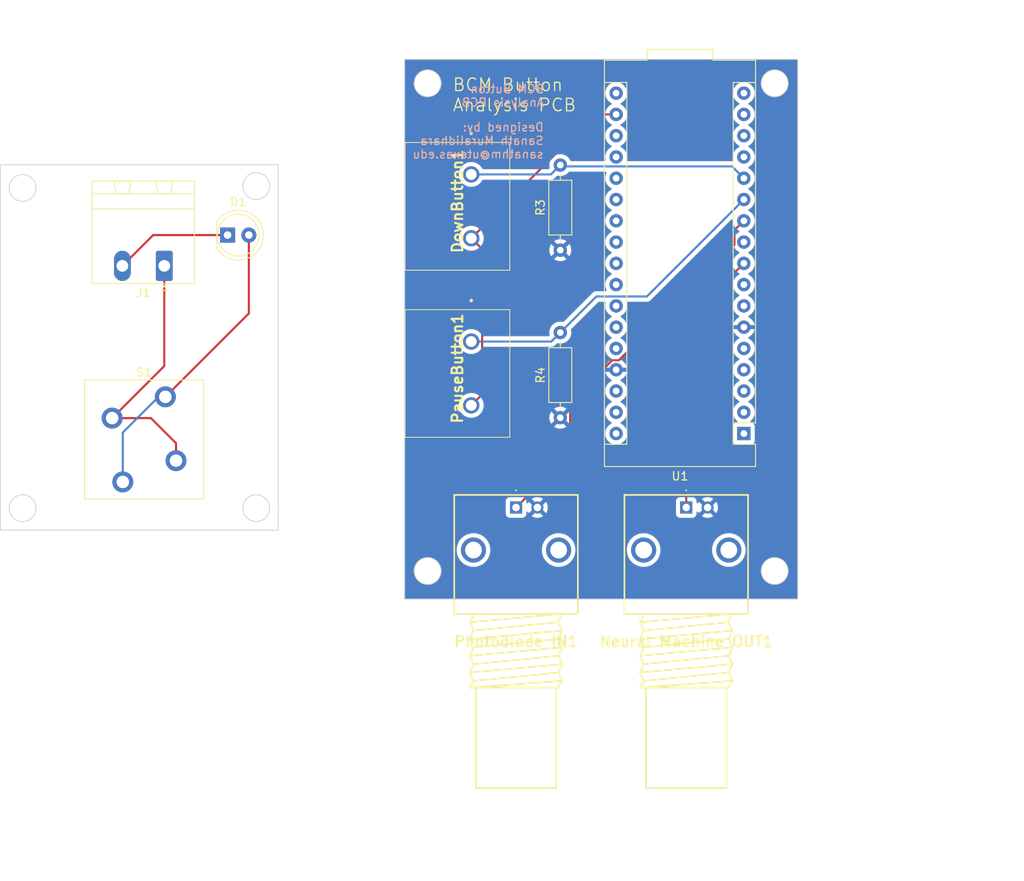
<source format=kicad_pcb>
(kicad_pcb (version 20240108) (generator "pcbnew") (generator_version "8.0")
  (layers (0 "F.Cu" signal) (31 "B.Cu" signal) (34 "B.Paste" user) (35 "F.Paste" user) (36 "B.SilkS" user "B.Silkscreen") (37 "F.SilkS" user "F.Silkscreen") (38 "B.Mask" user) (39 "F.Mask" user) (44 "Edge.Cuts" user))
  (net 0 "")
  (net 1 "GND")
  (net 2 "DownButton")
  (net 3 "PauseButton")
  (net 4 "Net-(Neural Machine OUT1-In)")
  (net 5 "Net-(DownButton1-Pin_2)")
  (net 8 "Net-(Photodiode IN1-In)")
  (net 34 "Net-(J1-Pin_1)")
  (net 35 "Net-(D1-K)")
  (net 36 "Net-(D1-A)")
  (footprint "SamacSys_Parts:RF101KD0050BKHDW" (layer "F.Cu") (at 152.145 98.92 180)
    (property "Reference" "Photodiode IN1" (at 0 -16 0) (layer "F.SilkS") (effects (font (size 1.27 1.27) (thickness 0.254))))
    (property "Value" "Conn_Coaxial" (hide yes))
    (fp_line (start 7.375 1.5) (end -7.375 1.5) (stroke (width 0.2)) (layer "F.SilkS"))
    (fp_line (start 7.375 -12.7) (end 7.375 1.5) (stroke (width 0.2)) (layer "F.SilkS"))
    (fp_line (start 5.5 -13.7) (end 5 -12.7) (stroke (width 0.2)) (layer "F.SilkS"))
    (fp_line (start 5.5 -15.7) (end 5.08 -14.7) (stroke (width 0.2)) (layer "F.SilkS"))
    (fp_line (start 5.5 -17.7) (end 5.08 -16.7) (stroke (width 0.2)) (layer "F.SilkS"))
    (fp_line (start 5.5 -19.7) (end 5.08 -18.7) (stroke (width 0.2)) (layer "F.SilkS"))
    (fp_line (start 5.5 -21.5) (end 5.08 -20.7) (stroke (width 0.2)) (layer "F.SilkS"))
    (fp_line (start 5.08 -14.7) (end 5.5 -13.7) (stroke (width 0.2)) (layer "F.SilkS"))
    (fp_line (start 5.08 -16.7) (end 5.5 -15.7) (stroke (width 0.2)) (layer "F.SilkS"))
    (fp_line (start 5.08 -18.7) (end 5.5 -17.7) (stroke (width 0.2)) (layer "F.SilkS"))
    (fp_line (start 5.08 -20.7) (end 5.5 -19.7) (stroke (width 0.2)) (layer "F.SilkS"))
    (fp_line (start 4.8 -33.5) (end 4.8 -21.5) (stroke (width 0.2)) (layer "F.SilkS"))
    (fp_line (start 0 2.1) (end 0 2.1) (stroke (width 0.1)) (layer "F.SilkS"))
    (fp_line (start 0 2) (end 0 2) (stroke (width 0.1)) (layer "F.SilkS"))
    (fp_line (start -4.8 -21.5) (end -4.8 -33.5) (stroke (width 0.2)) (layer "F.SilkS"))
    (fp_line (start -4.8 -33.5) (end 4.8 -33.5) (stroke (width 0.2)) (layer "F.SilkS"))
    (fp_line (start -5 -13.7) (end 5.08 -14.7) (stroke (width 0.2)) (layer "F.SilkS"))
    (fp_line (start -5 -13.7) (end -5.5 -14.7) (stroke (width 0.2)) (layer "F.SilkS"))
    (fp_line (start -5 -21.5) (end 5.5 -21.5) (stroke (width 0.2)) (layer "F.SilkS"))
    (fp_line (start -5.08 -15.7) (end 5.08 -16.7) (stroke (width 0.2)) (layer "F.SilkS"))
    (fp_line (start -5.08 -15.7) (end -5.5 -16.7) (stroke (width 0.2)) (layer "F.SilkS"))
    (fp_line (start -5.08 -17.7) (end 5.08 -18.7) (stroke (width 0.2)) (layer "F.SilkS"))
    (fp_line (start -5.08 -17.7) (end -5.5 -18.7) (stroke (width 0.2)) (layer "F.SilkS"))
    (fp_line (start -5.08 -19.7) (end 5.08 -20.7) (stroke (width 0.2)) (layer "F.SilkS"))
    (fp_line (start -5.08 -19.7) (end -5.5 -20.7) (stroke (width 0.2)) (layer "F.SilkS"))
    (fp_line (start -5.5 -12.7) (end 5.5 -13.7) (stroke (width 0.2)) (layer "F.SilkS"))
    (fp_line (start -5.5 -12.7) (end -5 -13.7) (stroke (width 0.2)) (layer "F.SilkS"))
    (fp_line (start -5.5 -14.7) (end 5.5 -15.7) (stroke (width 0.2)) (layer "F.SilkS"))
    (fp_line (start -5.5 -14.7) (end -5.08 -15.7) (stroke (width 0.2)) (layer "F.SilkS"))
    (fp_line (start -5.5 -16.7) (end 5.5 -17.7) (stroke (width 0.2)) (layer "F.SilkS"))
    (fp_line (start -5.5 -16.7) (end -5.08 -17.7) (stroke (width 0.2)) (layer "F.SilkS"))
    (fp_line (start -5.5 -18.7) (end 5.5 -19.7) (stroke (width 0.2)) (layer "F.SilkS"))
    (fp_line (start -5.5 -18.7) (end -5.08 -19.7) (stroke (width 0.2)) (layer "F.SilkS"))
    (fp_line (start -5.5 -20.7) (end 5.5 -21.5) (stroke (width 0.2)) (layer "F.SilkS"))
    (fp_line (start -5.5 -20.7) (end -5 -21.5) (stroke (width 0.2)) (layer "F.SilkS"))
    (fp_line (start -7.375 1.5) (end -7.375 -12.7) (stroke (width 0.2)) (layer "F.SilkS"))
    (fp_line (start -7.375 -12.7) (end 7.375 -12.7) (stroke (width 0.2)) (layer "F.SilkS"))
    (fp_arc (start 0 2.1) (mid -0.05 2.05) (end 0 2) (stroke (width 0.1)) (layer "F.SilkS"))
    (fp_arc (start 0 2) (mid 0.05 2.05) (end 0 2.1) (stroke (width 0.1)) (layer "F.SilkS"))
    (pad "1" thru_hole rect (at 0 0 180) (size 1.446 1.446) (drill 0.89) (layers "*.Cu" "*.Mask") (net 8 "Net-(Photodiode IN1-In)"))
    (pad "2" thru_hole circle (at -2.55 0 180) (size 1.446 1.446) (drill 0.89) (layers "*.Cu" "*.Mask") (net 1 "GND"))
    (pad "3" thru_hole circle (at 5.08 -5.08 180) (size 3 3) (drill 2) (layers "*.Cu" "*.Mask"))
    (pad "4" thru_hole circle (at -5.08 -5.08 180) (size 3 3) (drill 2) (layers "*.Cu" "*.Mask"))
  )
  (footprint "SamacSys_Parts:1868076" (layer "F.Cu") (at 146.8 59.16 -90)
    (property "Reference" "DownButton1" (at 3.215 1.65 90) (layer "F.SilkS") (effects (font (size 1.27 1.27) (thickness 0.254))))
    (property "Value" "Screw_Terminal_01x02" (hide yes))
    (fp_line (start -3.81 7.9) (end -3.81 -4.6) (stroke (width 0.1)) (layer "F.SilkS"))
    (fp_line (start 11.43 7.9) (end -3.81 7.9) (stroke (width 0.1)) (layer "F.SilkS"))
    (fp_line (start -5 0) (end -5 0) (stroke (width 0.2)) (layer "F.SilkS"))
    (fp_line (start -4.8 0) (end -4.8 0) (stroke (width 0.2)) (layer "F.SilkS"))
    (fp_line (start -3.81 -4.6) (end 11.43 -4.6) (stroke (width 0.1)) (layer "F.SilkS"))
    (fp_line (start 11.43 -4.6) (end 11.43 7.9) (stroke (width 0.1)) (layer "F.SilkS"))
    (fp_arc (start -5 0) (mid -4.9 -0.1) (end -4.8 0) (stroke (width 0.2)) (layer "F.SilkS"))
    (fp_arc (start -4.8 0) (mid -4.9 0.1) (end -5 0) (stroke (width 0.2)) (layer "F.SilkS"))
    (pad "1" thru_hole circle (at 0 0 270) (size 1.95 1.95) (drill 1.3) (layers "*.Cu" "*.Mask") (net 2 "DownButton"))
    (pad "2" thru_hole circle (at 7.62 0 270) (size 1.95 1.95) (drill 1.3) (layers "*.Cu" "*.Mask") (net 5 "Net-(DownButton1-Pin_2)"))
  )
  (footprint "MechanicalKeyboard:MX_PCB_1.00u_Reversable" (layer "F.Cu") (at 107.765 90.79)
    (property "Reference" "S1" (at 0 -8 0) (layer "F.SilkS"))
    (property "Value" "Keyswitch")
    (fp_line (start -7.1 -7.1) (end -7.1 7.1) (stroke (width 0.12)) (layer "F.SilkS"))
    (fp_line (start -7.1 7.1) (end 7.1 7.1) (stroke (width 0.12)) (layer "F.SilkS"))
    (fp_line (start 7.1 -7.1) (end -7.1 -7.1) (stroke (width 0.12)) (layer "F.SilkS"))
    (fp_line (start 7.1 7.1) (end 7.1 -7.1) (stroke (width 0.12)) (layer "F.SilkS"))
    (pad "" np_thru_hole circle (at -5.08 0) (size 1.75 1.75) (drill 1.75) (layers "*.Cu" "*.Mask"))
    (pad "" np_thru_hole circle (at 0 0) (size 4 4) (drill 4) (layers "*.Cu" "*.Mask"))
    (pad "" np_thru_hole circle (at 5.08 0) (size 1.75 1.75) (drill 1.75) (layers "*.Cu" "*.Mask"))
    (pad "1" thru_hole circle (at -3.81 -2.54) (size 2.5 2.5) (drill 1.5) (layers "*.Cu" "*.Mask") (net 34 "Net-(J1-Pin_1)"))
    (pad "1" thru_hole circle (at 3.81 2.54 180) (size 2.5 2.5) (drill 1.5) (layers "*.Cu" "*.Mask") (net 34 "Net-(J1-Pin_1)"))
    (pad "2" thru_hole circle (at -2.54 5.08 180) (size 2.5 2.5) (drill 1.5) (layers "*.Cu" "*.Mask") (net 36 "Net-(D1-A)"))
    (pad "2" thru_hole circle (at 2.54 -5.08) (size 2.5 2.5) (drill 1.5) (layers "*.Cu" "*.Mask") (net 36 "Net-(D1-A)"))
  )
  (footprint "Resistor_THT:R_Axial_DIN0207_L6.3mm_D2.5mm_P10.16mm_Horizontal" (layer "F.Cu") (at 157.425 88.2 90)
    (property "Reference" "R4" (at 5.08 -2.37 90) (layer "F.SilkS"))
    (property "Value" "10000")
    (fp_line (start 8.35 -1.37) (end 1.81 -1.37) (stroke (width 0.12)) (layer "F.SilkS"))
    (fp_line (start 1.81 -1.37) (end 1.81 1.37) (stroke (width 0.12)) (layer "F.SilkS"))
    (fp_line (start 9.12 0) (end 8.35 0) (stroke (width 0.12)) (layer "F.SilkS"))
    (fp_line (start 1.04 0) (end 1.81 0) (stroke (width 0.12)) (layer "F.SilkS"))
    (fp_line (start 8.35 1.37) (end 8.35 -1.37) (stroke (width 0.12)) (layer "F.SilkS"))
    (fp_line (start 1.81 1.37) (end 8.35 1.37) (stroke (width 0.12)) (layer "F.SilkS"))
    (pad "1" thru_hole circle (at 0 0 90) (size 1.6 1.6) (drill 0.8) (layers "*.Cu" "*.Mask") (net 1 "GND"))
    (pad "2" thru_hole oval (at 10.16 0 90) (size 1.6 1.6) (drill 0.8) (layers "*.Cu" "*.Mask") (net 3 "PauseButton"))
  )
  (footprint "LED_THT:LED_D5.0mm" (layer "F.Cu") (at 117.725 66.4)
    (property "Reference" "D1" (at 1.27 -3.96 0) (layer "F.SilkS"))
    (property "Value" "LED")
    (fp_line (start -1.29 -1.545) (end -1.29 1.545) (stroke (width 0.12)) (layer "F.SilkS"))
    (fp_arc (start -1.29 -1.54483) (mid 2.072002 -2.880433) (end 4.26 0.000462) (stroke (width 0.12)) (layer "F.SilkS"))
    (fp_arc (start 4.26 -0.000462) (mid 2.072002 2.880433) (end -1.29 1.54483) (stroke (width 0.12)) (layer "F.SilkS"))
    (fp_circle (center 1.27 0) (end 3.77 0) (stroke (width 0.12)) (fill none) (layer "F.SilkS"))
    (pad "1" thru_hole rect (at 0 0) (size 1.8 1.8) (drill 0.9) (layers "*.Cu" "*.Mask") (net 35 "Net-(D1-K)"))
    (pad "2" thru_hole circle (at 2.54 0) (size 1.8 1.8) (drill 0.9) (layers "*.Cu" "*.Mask") (net 36 "Net-(D1-A)"))
  )
  (footprint "Connector_Phoenix_MSTB:PhoenixContact_MSTBA_2,5_2-G_1x02_P5.00mm_Horizontal" (layer "F.Cu") (at 110.175 70.075 180)
    (property "Reference" "J1" (at 2.5 -3.2 0) (layer "F.SilkS"))
    (property "Value" "Screw_Terminal_01x02")
    (fp_line (start 8.61 10.11) (end 8.61 -2.11) (stroke (width 0.12)) (layer "F.SilkS"))
    (fp_line (start 8.61 8.61) (end -3.61 8.61) (stroke (width 0.12)) (layer "F.SilkS"))
    (fp_line (start 8.61 6.81) (end 8.61 8.61) (stroke (width 0.12)) (layer "F.SilkS"))
    (fp_line (start 8.61 -2.11) (end -3.61 -2.11) (stroke (width 0.12)) (layer "F.SilkS"))
    (fp_line (start 6 10.11) (end 5.75 8.61) (stroke (width 0.12)) (layer "F.SilkS"))
    (fp_line (start 5.75 8.61) (end 4.25 8.61) (stroke (width 0.12)) (layer "F.SilkS"))
    (fp_line (start 4.25 8.61) (end 4 10.11) (stroke (width 0.12)) (layer "F.SilkS"))
    (fp_line (start 4 10.11) (end 6 10.11) (stroke (width 0.12)) (layer "F.SilkS"))
    (fp_line (start 1 10.11) (end 0.75 8.61) (stroke (width 0.12)) (layer "F.SilkS"))
    (fp_line (start 0.75 8.61) (end -0.75 8.61) (stroke (width 0.12)) (layer "F.SilkS"))
    (fp_line (start 0.3 -2.91) (end 0 -2.31) (stroke (width 0.12)) (layer "F.SilkS"))
    (fp_line (start 0 -2.31) (end -0.3 -2.91) (stroke (width 0.12)) (layer "F.SilkS"))
    (fp_line (start -0.3 -2.91) (end 0.3 -2.91) (stroke (width 0.12)) (layer "F.SilkS"))
    (fp_line (start -0.75 8.61) (end -1 10.11) (stroke (width 0.12)) (layer "F.SilkS"))
    (fp_line (start -1 10.11) (end 1 10.11) (stroke (width 0.12)) (layer "F.SilkS"))
    (fp_line (start -3.61 10.11) (end 8.61 10.11) (stroke (width 0.12)) (layer "F.SilkS"))
    (fp_line (start -3.61 8.61) (end -3.61 6.81) (stroke (width 0.12)) (layer "F.SilkS"))
    (fp_line (start -3.61 6.81) (end 8.61 6.81) (stroke (width 0.12)) (layer "F.SilkS"))
    (fp_line (start -3.61 -2.11) (end -3.61 10.11) (stroke (width 0.12)) (layer "F.SilkS"))
    (pad "1" thru_hole roundrect (at 0 0 180) (size 2 3.6) (drill 1.4) (layers "*.Cu" "*.Mask") (roundrect_rratio 0.125) (net 34 "Net-(J1-Pin_1)"))
    (pad "2" thru_hole oval (at 5 0 180) (size 2 3.6) (drill 1.4) (layers "*.Cu" "*.Mask") (net 35 "Net-(D1-K)"))
  )
  (footprint "Arduino:Arduino_Micro" (layer "F.Cu") (at 179.325 90.095 180)
    (property "Reference" "U1" (at 7.62 -5.08 0) (layer "F.SilkS"))
    (property "Value" "Arduino_Micro")
    (fp_line (start 16.637 44.577) (end 16.637 -3.937) (stroke (width 0.12)) (layer "F.SilkS"))
    (fp_line (start 16.637 -3.937) (end -1.397 -3.937) (stroke (width 0.12)) (layer "F.SilkS"))
    (fp_line (start 13.97 41.91) (end 16.637 41.91) (stroke (width 0.12)) (layer "F.SilkS"))
    (fp_line (start 13.97 -1.27) (end 16.637 -1.27) (stroke (width 0.12)) (layer "F.SilkS"))
    (fp_line (start 13.97 -1.27) (end 13.97 41.91) (stroke (width 0.12)) (layer "F.SilkS"))
    (fp_line (start 11.557 44.577) (end 16.637 44.577) (stroke (width 0.12)) (layer "F.SilkS"))
    (fp_line (start 11.557 44.577) (end 11.557 45.847) (stroke (width 0.12)) (layer "F.SilkS"))
    (fp_line (start 3.683 45.847) (end 11.557 45.847) (stroke (width 0.12)) (layer "F.SilkS"))
    (fp_line (start 3.683 44.577) (end 3.683 45.847) (stroke (width 0.12)) (layer "F.SilkS"))
    (fp_line (start 1.27 41.91) (end -1.397 41.91) (stroke (width 0.12)) (layer "F.SilkS"))
    (fp_line (start 1.27 1.27) (end 1.27 41.91) (stroke (width 0.12)) (layer "F.SilkS"))
    (fp_line (start 1.27 1.27) (end 1.27 -1.27) (stroke (width 0.12)) (layer "F.SilkS"))
    (fp_line (start 1.27 1.27) (end -1.397 1.27) (stroke (width 0.12)) (layer "F.SilkS"))
    (fp_line (start 1.27 -1.27) (end -1.397 -1.27) (stroke (width 0.12)) (layer "F.SilkS"))
    (fp_line (start -1.397 44.577) (end 3.683 44.577) (stroke (width 0.12)) (layer "F.SilkS"))
    (fp_line (start -1.397 1.27) (end -1.397 44.577) (stroke (width 0.12)) (layer "F.SilkS"))
    (fp_line (start -1.397 -3.937) (end -1.397 -1.27) (stroke (width 0.12)) (layer "F.SilkS"))
    (pad "1" thru_hole rect (at 0 0 180) (size 1.6 1.6) (drill 0.8) (layers "*.Cu" "*.Mask"))
    (pad "2" thru_hole oval (at 0 2.54 180) (size 1.6 1.6) (drill 0.8) (layers "*.Cu" "*.Mask"))
    (pad "3" thru_hole oval (at 0 5.08 180) (size 1.6 1.6) (drill 0.8) (layers "*.Cu" "*.Mask"))
    (pad "4" thru_hole oval (at 0 7.62 180) (size 1.6 1.6) (drill 0.8) (layers "*.Cu" "*.Mask"))
    (pad "5" thru_hole oval (at 0 10.16 180) (size 1.6 1.6) (drill 0.8) (layers "*.Cu" "*.Mask"))
    (pad "6" thru_hole oval (at 0 12.7 180) (size 1.6 1.6) (drill 0.8) (layers "*.Cu" "*.Mask") (net 1 "GND"))
    (pad "7" thru_hole oval (at 0 15.24 180) (size 1.6 1.6) (drill 0.8) (layers "*.Cu" "*.Mask"))
    (pad "8" thru_hole oval (at 0 17.78 180) (size 1.6 1.6) (drill 0.8) (layers "*.Cu" "*.Mask"))
    (pad "9" thru_hole oval (at 0 20.32 180) (size 1.6 1.6) (drill 0.8) (layers "*.Cu" "*.Mask") (net 4 "Net-(Neural Machine OUT1-In)"))
    (pad "10" thru_hole oval (at 0 22.86 180) (size 1.6 1.6) (drill 0.8) (layers "*.Cu" "*.Mask"))
    (pad "11" thru_hole oval (at 0 25.4 180) (size 1.6 1.6) (drill 0.8) (layers "*.Cu" "*.Mask") (net 8 "Net-(Photodiode IN1-In)"))
    (pad "12" thru_hole oval (at 0 27.94 180) (size 1.6 1.6) (drill 0.8) (layers "*.Cu" "*.Mask") (net 3 "PauseButton"))
    (pad "13" thru_hole oval (at 0 30.48 180) (size 1.6 1.6) (drill 0.8) (layers "*.Cu" "*.Mask") (net 2 "DownButton"))
    (pad "14" thru_hole oval (at 0 33.02 180) (size 1.6 1.6) (drill 0.8) (layers "*.Cu" "*.Mask"))
    (pad "15" thru_hole oval (at 0 35.56 180) (size 1.6 1.6) (drill 0.8) (layers "*.Cu" "*.Mask"))
    (pad "16" thru_hole oval (at 0 38.1 180) (size 1.6 1.6) (drill 0.8) (layers "*.Cu" "*.Mask"))
    (pad "17" thru_hole oval (at 0 40.64 180) (size 1.6 1.6) (drill 0.8) (layers "*.Cu" "*.Mask"))
    (pad "18" thru_hole oval (at 15.24 40.64 180) (size 1.6 1.6) (drill 0.8) (layers "*.Cu" "*.Mask"))
    (pad "19" thru_hole oval (at 15.24 38.1 180) (size 1.6 1.6) (drill 0.8) (layers "*.Cu" "*.Mask") (net 5 "Net-(DownButton1-Pin_2)"))
    (pad "20" thru_hole oval (at 15.24 35.56 180) (size 1.6 1.6) (drill 0.8) (layers "*.Cu" "*.Mask"))
    (pad "21" thru_hole oval (at 15.24 33.02 180) (size 1.6 1.6) (drill 0.8) (layers "*.Cu" "*.Mask"))
    (pad "22" thru_hole oval (at 15.24 30.48 180) (size 1.6 1.6) (drill 0.8) (layers "*.Cu" "*.Mask"))
    (pad "23" thru_hole oval (at 15.24 27.94 180) (size 1.6 1.6) (drill 0.8) (layers "*.Cu" "*.Mask"))
    (pad "24" thru_hole oval (at 15.24 25.4 180) (size 1.6 1.6) (drill 0.8) (layers "*.Cu" "*.Mask"))
    (pad "25" thru_hole oval (at 15.24 22.86 180) (size 1.6 1.6) (drill 0.8) (layers "*.Cu" "*.Mask"))
    (pad "26" thru_hole oval (at 15.24 20.32 180) (size 1.6 1.6) (drill 0.8) (layers "*.Cu" "*.Mask"))
    (pad "27" thru_hole oval (at 15.24 17.78 180) (size 1.6 1.6) (drill 0.8) (layers "*.Cu" "*.Mask"))
    (pad "28" thru_hole oval (at 15.24 15.24 180) (size 1.6 1.6) (drill 0.8) (layers "*.Cu" "*.Mask"))
    (pad "29" thru_hole oval (at 15.24 12.7 180) (size 1.6 1.6) (drill 0.8) (layers "*.Cu" "*.Mask"))
    (pad "30" thru_hole oval (at 15.24 10.16 180) (size 1.6 1.6) (drill 0.8) (layers "*.Cu" "*.Mask"))
    (pad "31" thru_hole oval (at 15.24 7.62 180) (size 1.6 1.6) (drill 0.8) (layers "*.Cu" "*.Mask") (net 1 "GND"))
    (pad "32" thru_hole oval (at 15.24 5.08 180) (size 1.6 1.6) (drill 0.8) (layers "*.Cu" "*.Mask"))
    (pad "33" thru_hole oval (at 15.24 2.54 180) (size 1.6 1.6) (drill 0.8) (layers "*.Cu" "*.Mask"))
    (pad "34" thru_hole oval (at 15.24 0 180) (size 1.6 1.6) (drill 0.8) (layers "*.Cu" "*.Mask"))
  )
  (footprint "SamacSys_Parts:1868076" (layer "F.Cu") (at 146.8 79.11 -90)
    (property "Reference" "PauseButton1" (at 3.215 1.65 90) (layer "F.SilkS") (effects (font (size 1.27 1.27) (thickness 0.254))))
    (property "Value" "Screw_Terminal_01x02" (hide yes))
    (fp_line (start -3.81 7.9) (end -3.81 -4.6) (stroke (width 0.1)) (layer "F.SilkS"))
    (fp_line (start 11.43 7.9) (end -3.81 7.9) (stroke (width 0.1)) (layer "F.SilkS"))
    (fp_line (start -5 0) (end -5 0) (stroke (width 0.2)) (layer "F.SilkS"))
    (fp_line (start -4.8 0) (end -4.8 0) (stroke (width 0.2)) (layer "F.SilkS"))
    (fp_line (start -3.81 -4.6) (end 11.43 -4.6) (stroke (width 0.1)) (layer "F.SilkS"))
    (fp_line (start 11.43 -4.6) (end 11.43 7.9) (stroke (width 0.1)) (layer "F.SilkS"))
    (fp_arc (start -5 0) (mid -4.9 -0.1) (end -4.8 0) (stroke (width 0.2)) (layer "F.SilkS"))
    (fp_arc (start -4.8 0) (mid -4.9 0.1) (end -5 0) (stroke (width 0.2)) (layer "F.SilkS"))
    (pad "1" thru_hole circle (at 0 0 270) (size 1.95 1.95) (drill 1.3) (layers "*.Cu" "*.Mask") (net 3 "PauseButton"))
    (pad "2" thru_hole circle (at 7.62 0 270) (size 1.95 1.95) (drill 1.3) (layers "*.Cu" "*.Mask") (net 5 "Net-(DownButton1-Pin_2)"))
  )
  (footprint "SamacSys_Parts:RF101KD0050BKHDW" (layer "F.Cu") (at 172.45 98.92 180)
    (property "Reference" "Neural Machine OUT1" (at 0 -16 0) (layer "F.SilkS") (effects (font (size 1.27 1.27) (thickness 0.254))))
    (property "Value" "Conn_Coaxial" (hide yes))
    (fp_line (start 7.375 1.5) (end -7.375 1.5) (stroke (width 0.2)) (layer "F.SilkS"))
    (fp_line (start 7.375 -12.7) (end 7.375 1.5) (stroke (width 0.2)) (layer "F.SilkS"))
    (fp_line (start 5.5 -13.7) (end 5 -12.7) (stroke (width 0.2)) (layer "F.SilkS"))
    (fp_line (start 5.5 -15.7) (end 5.08 -14.7) (stroke (width 0.2)) (layer "F.SilkS"))
    (fp_line (start 5.5 -17.7) (end 5.08 -16.7) (stroke (width 0.2)) (layer "F.SilkS"))
    (fp_line (start 5.5 -19.7) (end 5.08 -18.7) (stroke (width 0.2)) (layer "F.SilkS"))
    (fp_line (start 5.5 -21.5) (end 5.08 -20.7) (stroke (width 0.2)) (layer "F.SilkS"))
    (fp_line (start 5.08 -14.7) (end 5.5 -13.7) (stroke (width 0.2)) (layer "F.SilkS"))
    (fp_line (start 5.08 -16.7) (end 5.5 -15.7) (stroke (width 0.2)) (layer "F.SilkS"))
    (fp_line (start 5.08 -18.7) (end 5.5 -17.7) (stroke (width 0.2)) (layer "F.SilkS"))
    (fp_line (start 5.08 -20.7) (end 5.5 -19.7) (stroke (width 0.2)) (layer "F.SilkS"))
    (fp_line (start 4.8 -33.5) (end 4.8 -21.5) (stroke (width 0.2)) (layer "F.SilkS"))
    (fp_line (start 0 2.1) (end 0 2.1) (stroke (width 0.1)) (layer "F.SilkS"))
    (fp_line (start 0 2) (end 0 2) (stroke (width 0.1)) (layer "F.SilkS"))
    (fp_line (start -4.8 -21.5) (end -4.8 -33.5) (stroke (width 0.2)) (layer "F.SilkS"))
    (fp_line (start -4.8 -33.5) (end 4.8 -33.5) (stroke (width 0.2)) (layer "F.SilkS"))
    (fp_line (start -5 -13.7) (end 5.08 -14.7) (stroke (width 0.2)) (layer "F.SilkS"))
    (fp_line (start -5 -13.7) (end -5.5 -14.7) (stroke (width 0.2)) (layer "F.SilkS"))
    (fp_line (start -5 -21.5) (end 5.5 -21.5) (stroke (width 0.2)) (layer "F.SilkS"))
    (fp_line (start -5.08 -15.7) (end 5.08 -16.7) (stroke (width 0.2)) (layer "F.SilkS"))
    (fp_line (start -5.08 -15.7) (end -5.5 -16.7) (stroke (width 0.2)) (layer "F.SilkS"))
    (fp_line (start -5.08 -17.7) (end 5.08 -18.7) (stroke (width 0.2)) (layer "F.SilkS"))
    (fp_line (start -5.08 -17.7) (end -5.5 -18.7) (stroke (width 0.2)) (layer "F.SilkS"))
    (fp_line (start -5.08 -19.7) (end 5.08 -20.7) (stroke (width 0.2)) (layer "F.SilkS"))
    (fp_line (start -5.08 -19.7) (end -5.5 -20.7) (stroke (width 0.2)) (layer "F.SilkS"))
    (fp_line (start -5.5 -12.7) (end 5.5 -13.7) (stroke (width 0.2)) (layer "F.SilkS"))
    (fp_line (start -5.5 -12.7) (end -5 -13.7) (stroke (width 0.2)) (layer "F.SilkS"))
    (fp_line (start -5.5 -14.7) (end 5.5 -15.7) (stroke (width 0.2)) (layer "F.SilkS"))
    (fp_line (start -5.5 -14.7) (end -5.08 -15.7) (stroke (width 0.2)) (layer "F.SilkS"))
    (fp_line (start -5.5 -16.7) (end 5.5 -17.7) (stroke (width 0.2)) (layer "F.SilkS"))
    (fp_line (start -5.5 -16.7) (end -5.08 -17.7) (stroke (width 0.2)) (layer "F.SilkS"))
    (fp_line (start -5.5 -18.7) (end 5.5 -19.7) (stroke (width 0.2)) (layer "F.SilkS"))
    (fp_line (start -5.5 -18.7) (end -5.08 -19.7) (stroke (width 0.2)) (layer "F.SilkS"))
    (fp_line (start -5.5 -20.7) (end 5.5 -21.5) (stroke (width 0.2)) (layer "F.SilkS"))
    (fp_line (start -5.5 -20.7) (end -5 -21.5) (stroke (width 0.2)) (layer "F.SilkS"))
    (fp_line (start -7.375 1.5) (end -7.375 -12.7) (stroke (width 0.2)) (layer "F.SilkS"))
    (fp_line (start -7.375 -12.7) (end 7.375 -12.7) (stroke (width 0.2)) (layer "F.SilkS"))
    (fp_arc (start 0 2.1) (mid -0.05 2.05) (end 0 2) (stroke (width 0.1)) (layer "F.SilkS"))
    (fp_arc (start 0 2) (mid 0.05 2.05) (end 0 2.1) (stroke (width 0.1)) (layer "F.SilkS"))
    (pad "1" thru_hole rect (at 0 0 180) (size 1.446 1.446) (drill 0.89) (layers "*.Cu" "*.Mask") (net 4 "Net-(Neural Machine OUT1-In)"))
    (pad "2" thru_hole circle (at -2.55 0 180) (size 1.446 1.446) (drill 0.89) (layers "*.Cu" "*.Mask") (net 1 "GND"))
    (pad "3" thru_hole circle (at 5.08 -5.08 180) (size 3 3) (drill 2) (layers "*.Cu" "*.Mask"))
    (pad "4" thru_hole circle (at -5.08 -5.08 180) (size 3 3) (drill 2) (layers "*.Cu" "*.Mask"))
  )
  (footprint "Resistor_THT:R_Axial_DIN0207_L6.3mm_D2.5mm_P10.16mm_Horizontal" (layer "F.Cu") (at 157.425 68.2 90)
    (property "Reference" "R3" (at 5.08 -2.37 90) (layer "F.SilkS"))
    (property "Value" "10000")
    (fp_line (start 8.35 -1.37) (end 1.81 -1.37) (stroke (width 0.12)) (layer "F.SilkS"))
    (fp_line (start 1.81 -1.37) (end 1.81 1.37) (stroke (width 0.12)) (layer "F.SilkS"))
    (fp_line (start 9.12 0) (end 8.35 0) (stroke (width 0.12)) (layer "F.SilkS"))
    (fp_line (start 1.04 0) (end 1.81 0) (stroke (width 0.12)) (layer "F.SilkS"))
    (fp_line (start 8.35 1.37) (end 8.35 -1.37) (stroke (width 0.12)) (layer "F.SilkS"))
    (fp_line (start 1.81 1.37) (end 8.35 1.37) (stroke (width 0.12)) (layer "F.SilkS"))
    (pad "1" thru_hole circle (at 0 0 90) (size 1.6 1.6) (drill 0.8) (layers "*.Cu" "*.Mask") (net 1 "GND"))
    (pad "2" thru_hole oval (at 10.16 0 90) (size 1.6 1.6) (drill 0.8) (layers "*.Cu" "*.Mask") (net 2 "DownButton"))
  )
  (gr_circle (center 141.595 106.5) (end 143.195 106.5) (stroke (width 0.1)) (fill none) (layer "Edge.Cuts"))
  (gr_circle (center 183 106.5) (end 184.6 106.5) (stroke (width 0.1)) (fill none) (layer "Edge.Cuts"))
  (gr_rect (start 90.625 58) (end 123.775 101.625) (stroke (width 0.1)) (fill none) (layer "Edge.Cuts"))
  (gr_circle (center 183 48.285) (end 184.6 48.285) (stroke (width 0.1)) (fill none) (layer "Edge.Cuts"))
  (gr_circle (center 121.15 60.55) (end 122.75 60.55) (stroke (width 0.1)) (fill none) (layer "Edge.Cuts"))
  (gr_circle (center 141.595 48.285) (end 143.195 48.285) (stroke (width 0.1)) (fill none) (layer "Edge.Cuts"))
  (gr_circle (center 93.275 60.775) (end 94.875 60.775) (stroke (width 0.1)) (fill none) (layer "Edge.Cuts"))
  (gr_circle (center 121.15 99) (end 122.75 99) (stroke (width 0.1)) (fill none) (layer "Edge.Cuts"))
  (gr_rect (start 138.845 45.4225) (end 185.75 109.8625) (stroke (width 0.1)) (fill none) (layer "Edge.Cuts"))
  (gr_circle (center 93.275 99) (end 94.875 99) (stroke (width 0.1)) (fill none) (layer "Edge.Cuts"))
  (gr_text "Designed by:\nSanath Muralidhara\nsanathm@utexas.edu\n" (at 155.525 57.325 -0) (layer "B.SilkS") (effects (font (size 1 1)) (justify left bottom mirror)))
  (gr_text "BCM Button \nAnalysis PCB\n" (at 155.575 51.15 0) (layer "B.SilkS") (effects (font (size 1 1)) (justify left bottom mirror)))
  (gr_text "BCM Button\nAnalysis PCB" (at 144.5 51.75 0) (layer "F.SilkS") (effects (font (size 1.5 1.5)) (justify left bottom)))
  (segment (start 156.305 59.16) (end 157.425 58.04) (width 0.25) (layer "B.Cu") (net 2))
  (segment (start 157.585 58.2) (end 157.425 58.04) (width 0.25) (layer "B.Cu") (net 2))
  (segment (start 177.91 58.2) (end 157.585 58.2) (width 0.25) (layer "B.Cu") (net 2))
  (segment (start 146.8 59.16) (end 156.305 59.16) (width 0.25) (layer "B.Cu") (net 2))
  (segment (start 179.325 59.615) (end 177.91 58.2) (width 0.25) (layer "B.Cu") (net 2))
  (segment (start 146.8 79.11) (end 156.355 79.11) (width 0.25) (layer "B.Cu") (net 3))
  (segment (start 156.355 79.11) (end 157.425 78.04) (width 0.25) (layer "B.Cu") (net 3))
  (segment (start 167.75 73.73) (end 161.735 73.73) (width 0.25) (layer "B.Cu") (net 3))
  (segment (start 161.735 73.73) (end 157.425 78.04) (width 0.25) (layer "B.Cu") (net 3))
  (segment (start 179.325 62.155) (end 167.75 73.73) (width 0.25) (layer "B.Cu") (net 3))
  (segment (start 179.325 69.775) (end 172.45 76.65) (width 0.25) (layer "F.Cu") (net 4))
  (segment (start 172.45 76.65) (end 172.45 98.92) (width 0.25) (layer "F.Cu") (net 4))
  (segment (start 148.1 68.08) (end 148.1 85.43) (width 0.25) (layer "F.Cu") (net 5))
  (segment (start 161.585 51.995) (end 146.8 66.78) (width 0.25) (layer "F.Cu") (net 5))
  (segment (start 164.085 51.995) (end 161.585 51.995) (width 0.25) (layer "F.Cu") (net 5))
  (segment (start 148.1 85.43) (end 146.8 86.73) (width 0.25) (layer "F.Cu") (net 5))
  (segment (start 146.8 66.78) (end 148.1 68.08) (width 0.25) (layer "F.Cu") (net 5))
  (segment (start 179.325 64.695) (end 178.2 65.82) (width 0.25) (layer "F.Cu") (net 8))
  (segment (start 178.2 67.55) (end 164.4 81.35) (width 0.25) (layer "F.Cu") (net 8))
  (segment (start 164.4 81.35) (end 163.619009 81.35) (width 0.25) (layer "F.Cu") (net 8))
  (segment (start 178.2 65.82) (end 178.2 67.55) (width 0.25) (layer "F.Cu") (net 8))
  (segment (start 163.619009 81.35) (end 158.6 86.369009) (width 0.25) (layer "F.Cu") (net 8))
  (segment (start 158.6 86.369009) (end 158.6 92.465) (width 0.25) (layer "F.Cu") (net 8))
  (segment (start 158.6 92.465) (end 152.145 98.92) (width 0.25) (layer "F.Cu") (net 8))
  (segment (start 110.175 70.075) (end 110.175 82.03) (width 0.25) (layer "F.Cu") (net 34))
  (segment (start 103.955 88.25) (end 108.583757 88.25) (width 0.25) (layer "F.Cu") (net 34))
  (segment (start 110.175 82.03) (end 103.955 88.25) (width 0.25) (layer "F.Cu") (net 34))
  (segment (start 111.575 91.241243) (end 111.575 93.33) (width 0.25) (layer "F.Cu") (net 34))
  (segment (start 108.583757 88.25) (end 111.575 91.241243) (width 0.25) (layer "F.Cu") (net 34))
  (segment (start 108.85 66.4) (end 105.175 70.075) (width 0.25) (layer "F.Cu") (net 35))
  (segment (start 117.725 66.4) (end 108.85 66.4) (width 0.25) (layer "F.Cu") (net 35))
  (segment (start 110.305 85.71) (end 120.265 75.75) (width 0.25) (layer "F.Cu") (net 36))
  (segment (start 120.265 75.75) (end 120.265 66.4) (width 0.25) (layer "F.Cu") (net 36))
  (segment (start 105.225 89.971243) (end 109.486243 85.71) (width 0.25) (layer "B.Cu") (net 36))
  (segment (start 109.486243 85.71) (end 110.305 85.71) (width 0.25) (layer "B.Cu") (net 36))
  (segment (start 105.225 95.87) (end 105.225 89.971243) (width 0.25) (layer "B.Cu") (net 36))
  (zone (net 1) (net_name "GND") (layer "B.Cu") (connect_pads (clearance 0.5)) (min_thickness 0.25) (fill yes (thermal_gap 0.5) (thermal_bridge_width 0.5))
    (polygon (pts (xy 136.375 42.8) (xy 135.075 112.675) (xy 191.875 113.05) (xy 189.35 42.15) (xy 136.475 42.8)))
  )
)
</source>
